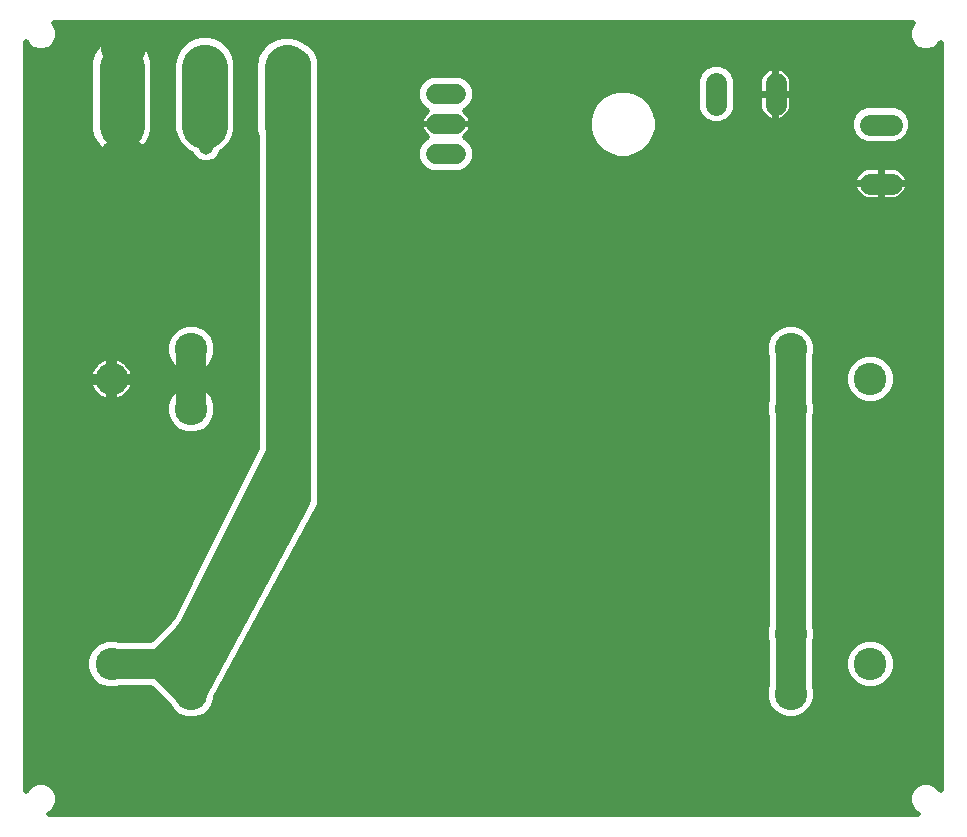
<source format=gtl>
G75*
%MOIN*%
%OFA0B0*%
%FSLAX25Y25*%
%IPPOS*%
%LPD*%
%AMOC8*
5,1,8,0,0,1.08239X$1,22.5*
%
%ADD10C,0.06600*%
%ADD11C,0.10800*%
%ADD12C,0.15000*%
%ADD13C,0.05150*%
%ADD14C,0.07050*%
%ADD15C,0.10000*%
%ADD16C,0.02000*%
D10*
X0143700Y0227000D02*
X0150300Y0227000D01*
X0150300Y0237000D02*
X0143700Y0237000D01*
X0143700Y0247000D02*
X0150300Y0247000D01*
D11*
X0062079Y0161961D03*
X0062079Y0141961D03*
X0035512Y0151961D03*
X0062079Y0066961D03*
X0062079Y0046961D03*
X0035512Y0056961D03*
X0261921Y0047039D03*
X0261921Y0067039D03*
X0288488Y0057039D03*
X0261921Y0142039D03*
X0261921Y0162039D03*
X0288488Y0152039D03*
D12*
X0093969Y0236331D02*
X0093969Y0256016D01*
X0093900Y0255919D02*
X0093900Y0236234D01*
X0066650Y0236484D02*
X0066650Y0256169D01*
X0066409Y0256016D02*
X0066409Y0236331D01*
X0038900Y0236484D02*
X0038900Y0256169D01*
X0038850Y0256016D02*
X0038850Y0236331D01*
D13*
X0039500Y0229500D03*
X0067000Y0229500D03*
X0094500Y0229500D03*
D14*
X0237157Y0243475D02*
X0237157Y0250525D01*
X0256843Y0250525D02*
X0256843Y0243475D01*
X0288475Y0236843D02*
X0295525Y0236843D01*
X0295525Y0217157D02*
X0288475Y0217157D01*
D15*
X0262000Y0162000D02*
X0262000Y0047000D01*
X0097000Y0112000D02*
X0062000Y0047000D01*
X0092000Y0117000D01*
X0092000Y0127000D01*
X0062000Y0067000D01*
X0062000Y0047000D01*
X0052000Y0057000D01*
X0062000Y0067000D01*
X0052000Y0057000D02*
X0037000Y0057000D01*
X0097000Y0112000D02*
X0097000Y0257000D01*
X0092000Y0257000D01*
X0092000Y0127000D01*
X0062000Y0142000D02*
X0062000Y0162000D01*
X0042000Y0227000D02*
X0037000Y0227000D01*
X0037000Y0262000D02*
X0042000Y0262000D01*
D16*
X0014795Y0007000D02*
X0304205Y0007000D01*
X0303777Y0007177D01*
X0302177Y0008777D01*
X0301311Y0010868D01*
X0301311Y0013132D01*
X0302177Y0015223D01*
X0303777Y0016823D01*
X0305868Y0017689D01*
X0308132Y0017689D01*
X0310223Y0016823D01*
X0311823Y0015223D01*
X0311921Y0014985D01*
X0311921Y0264015D01*
X0311823Y0263777D01*
X0310223Y0262177D01*
X0308132Y0261311D01*
X0305868Y0261311D01*
X0303777Y0262177D01*
X0302177Y0263777D01*
X0301311Y0265868D01*
X0301311Y0268132D01*
X0302177Y0270223D01*
X0302655Y0270701D01*
X0016345Y0270701D01*
X0016823Y0270223D01*
X0017689Y0268132D01*
X0017689Y0265868D01*
X0016823Y0263777D01*
X0015223Y0262177D01*
X0013132Y0261311D01*
X0010868Y0261311D01*
X0008777Y0262177D01*
X0007177Y0263777D01*
X0007000Y0264205D01*
X0007000Y0014795D01*
X0007177Y0015223D01*
X0008777Y0016823D01*
X0010868Y0017689D01*
X0013132Y0017689D01*
X0015223Y0016823D01*
X0016823Y0015223D01*
X0017689Y0013132D01*
X0017689Y0010868D01*
X0016823Y0008777D01*
X0015223Y0007177D01*
X0014795Y0007000D01*
X0016041Y0007996D02*
X0302959Y0007996D01*
X0301673Y0009994D02*
X0017327Y0009994D01*
X0017689Y0011993D02*
X0301311Y0011993D01*
X0301667Y0013991D02*
X0017333Y0013991D01*
X0016056Y0015990D02*
X0302944Y0015990D01*
X0311056Y0015990D02*
X0311921Y0015990D01*
X0311921Y0017988D02*
X0007000Y0017988D01*
X0007000Y0015990D02*
X0007944Y0015990D01*
X0007000Y0019987D02*
X0311921Y0019987D01*
X0311921Y0021985D02*
X0007000Y0021985D01*
X0007000Y0023984D02*
X0311921Y0023984D01*
X0311921Y0025982D02*
X0007000Y0025982D01*
X0007000Y0027981D02*
X0311921Y0027981D01*
X0311921Y0029979D02*
X0007000Y0029979D01*
X0007000Y0031978D02*
X0311921Y0031978D01*
X0311921Y0033976D02*
X0007000Y0033976D01*
X0007000Y0035975D02*
X0311921Y0035975D01*
X0311921Y0037973D02*
X0007000Y0037973D01*
X0007000Y0039972D02*
X0057188Y0039972D01*
X0057321Y0039839D02*
X0060408Y0038561D01*
X0063750Y0038561D01*
X0066837Y0039839D01*
X0069200Y0042202D01*
X0070479Y0045290D01*
X0070479Y0045872D01*
X0103487Y0107173D01*
X0103782Y0107468D01*
X0104236Y0108564D01*
X0104798Y0109608D01*
X0104840Y0110023D01*
X0105000Y0110409D01*
X0105000Y0111595D01*
X0105120Y0112775D01*
X0105000Y0113174D01*
X0105000Y0258591D01*
X0103782Y0261532D01*
X0101532Y0263782D01*
X0100430Y0264239D01*
X0100347Y0264321D01*
X0097952Y0265704D01*
X0095282Y0266419D01*
X0092517Y0266419D01*
X0089847Y0265704D01*
X0087452Y0264321D01*
X0085498Y0262366D01*
X0084115Y0259972D01*
X0083400Y0257302D01*
X0083400Y0234852D01*
X0084000Y0232611D01*
X0084000Y0128889D01*
X0055873Y0072634D01*
X0054958Y0071719D01*
X0054641Y0070955D01*
X0048686Y0065000D01*
X0038053Y0065000D01*
X0037183Y0065361D01*
X0033841Y0065361D01*
X0030754Y0064082D01*
X0028391Y0061719D01*
X0027112Y0058631D01*
X0027112Y0055290D01*
X0028391Y0052202D01*
X0030754Y0049839D01*
X0033841Y0048561D01*
X0037183Y0048561D01*
X0038243Y0049000D01*
X0048686Y0049000D01*
X0054585Y0043101D01*
X0054958Y0042202D01*
X0057321Y0039839D01*
X0055190Y0041970D02*
X0007000Y0041970D01*
X0007000Y0043969D02*
X0053718Y0043969D01*
X0051719Y0045967D02*
X0007000Y0045967D01*
X0007000Y0047966D02*
X0049721Y0047966D01*
X0066969Y0039972D02*
X0257110Y0039972D01*
X0257163Y0039918D02*
X0260250Y0038639D01*
X0263592Y0038639D01*
X0266679Y0039918D01*
X0269042Y0042281D01*
X0270321Y0045368D01*
X0270321Y0048710D01*
X0270000Y0049486D01*
X0270000Y0064593D01*
X0270321Y0065368D01*
X0270321Y0068710D01*
X0270000Y0069486D01*
X0270000Y0139593D01*
X0270321Y0140368D01*
X0270321Y0143710D01*
X0270000Y0144486D01*
X0270000Y0159593D01*
X0270321Y0160368D01*
X0270321Y0163710D01*
X0269042Y0166798D01*
X0266679Y0169161D01*
X0263592Y0170439D01*
X0260250Y0170439D01*
X0257163Y0169161D01*
X0254800Y0166798D01*
X0253521Y0163710D01*
X0253521Y0160368D01*
X0254000Y0159213D01*
X0254000Y0144866D01*
X0253521Y0143710D01*
X0253521Y0140368D01*
X0254000Y0139213D01*
X0254000Y0069866D01*
X0253521Y0068710D01*
X0253521Y0065368D01*
X0254000Y0064213D01*
X0254000Y0049866D01*
X0253521Y0048710D01*
X0253521Y0045368D01*
X0254800Y0042281D01*
X0257163Y0039918D01*
X0255111Y0041970D02*
X0068968Y0041970D01*
X0069932Y0043969D02*
X0254101Y0043969D01*
X0253521Y0045967D02*
X0070530Y0045967D01*
X0071606Y0047966D02*
X0253521Y0047966D01*
X0254000Y0049964D02*
X0072682Y0049964D01*
X0073758Y0051963D02*
X0254000Y0051963D01*
X0254000Y0053961D02*
X0074834Y0053961D01*
X0075911Y0055960D02*
X0254000Y0055960D01*
X0254000Y0057958D02*
X0076987Y0057958D01*
X0078063Y0059957D02*
X0254000Y0059957D01*
X0254000Y0061955D02*
X0079139Y0061955D01*
X0080215Y0063954D02*
X0254000Y0063954D01*
X0253521Y0065952D02*
X0081291Y0065952D01*
X0082367Y0067951D02*
X0253521Y0067951D01*
X0254000Y0069949D02*
X0083443Y0069949D01*
X0084520Y0071948D02*
X0254000Y0071948D01*
X0254000Y0073946D02*
X0085596Y0073946D01*
X0086672Y0075945D02*
X0254000Y0075945D01*
X0254000Y0077943D02*
X0087748Y0077943D01*
X0088824Y0079942D02*
X0254000Y0079942D01*
X0254000Y0081940D02*
X0089900Y0081940D01*
X0090976Y0083939D02*
X0254000Y0083939D01*
X0254000Y0085937D02*
X0092052Y0085937D01*
X0093128Y0087936D02*
X0254000Y0087936D01*
X0254000Y0089934D02*
X0094205Y0089934D01*
X0095281Y0091933D02*
X0254000Y0091933D01*
X0254000Y0093932D02*
X0096357Y0093932D01*
X0097433Y0095930D02*
X0254000Y0095930D01*
X0254000Y0097929D02*
X0098509Y0097929D01*
X0099585Y0099927D02*
X0254000Y0099927D01*
X0254000Y0101926D02*
X0100661Y0101926D01*
X0101737Y0103924D02*
X0254000Y0103924D01*
X0254000Y0105923D02*
X0102814Y0105923D01*
X0103970Y0107921D02*
X0254000Y0107921D01*
X0254000Y0109920D02*
X0104830Y0109920D01*
X0105033Y0111918D02*
X0254000Y0111918D01*
X0254000Y0113917D02*
X0105000Y0113917D01*
X0105000Y0115915D02*
X0254000Y0115915D01*
X0254000Y0117914D02*
X0105000Y0117914D01*
X0105000Y0119912D02*
X0254000Y0119912D01*
X0254000Y0121911D02*
X0105000Y0121911D01*
X0105000Y0123909D02*
X0254000Y0123909D01*
X0254000Y0125908D02*
X0105000Y0125908D01*
X0105000Y0127906D02*
X0254000Y0127906D01*
X0254000Y0129905D02*
X0105000Y0129905D01*
X0105000Y0131903D02*
X0254000Y0131903D01*
X0254000Y0133902D02*
X0105000Y0133902D01*
X0105000Y0135900D02*
X0254000Y0135900D01*
X0254000Y0137899D02*
X0105000Y0137899D01*
X0105000Y0139897D02*
X0253716Y0139897D01*
X0253521Y0141896D02*
X0105000Y0141896D01*
X0105000Y0143894D02*
X0253598Y0143894D01*
X0254000Y0145893D02*
X0105000Y0145893D01*
X0105000Y0147891D02*
X0254000Y0147891D01*
X0254000Y0149890D02*
X0105000Y0149890D01*
X0105000Y0151888D02*
X0254000Y0151888D01*
X0254000Y0153887D02*
X0105000Y0153887D01*
X0105000Y0155885D02*
X0254000Y0155885D01*
X0254000Y0157884D02*
X0105000Y0157884D01*
X0105000Y0159882D02*
X0253723Y0159882D01*
X0253521Y0161881D02*
X0105000Y0161881D01*
X0105000Y0163879D02*
X0253591Y0163879D01*
X0254419Y0165878D02*
X0105000Y0165878D01*
X0105000Y0167876D02*
X0255879Y0167876D01*
X0258888Y0169875D02*
X0105000Y0169875D01*
X0105000Y0171873D02*
X0311921Y0171873D01*
X0311921Y0169875D02*
X0264955Y0169875D01*
X0267964Y0167876D02*
X0311921Y0167876D01*
X0311921Y0165878D02*
X0269423Y0165878D01*
X0270251Y0163879D02*
X0311921Y0163879D01*
X0311921Y0161881D02*
X0270321Y0161881D01*
X0270120Y0159882D02*
X0285473Y0159882D01*
X0286817Y0160439D02*
X0283730Y0159161D01*
X0281367Y0156798D01*
X0280088Y0153710D01*
X0280088Y0150368D01*
X0281367Y0147281D01*
X0283730Y0144918D01*
X0286817Y0143639D01*
X0290159Y0143639D01*
X0293246Y0144918D01*
X0295609Y0147281D01*
X0296888Y0150368D01*
X0296888Y0153710D01*
X0295609Y0156798D01*
X0293246Y0159161D01*
X0290159Y0160439D01*
X0286817Y0160439D01*
X0282453Y0157884D02*
X0270000Y0157884D01*
X0270000Y0155885D02*
X0280989Y0155885D01*
X0280161Y0153887D02*
X0270000Y0153887D01*
X0270000Y0151888D02*
X0280088Y0151888D01*
X0280286Y0149890D02*
X0270000Y0149890D01*
X0270000Y0147891D02*
X0281114Y0147891D01*
X0282755Y0145893D02*
X0270000Y0145893D01*
X0270245Y0143894D02*
X0286202Y0143894D01*
X0290775Y0143894D02*
X0311921Y0143894D01*
X0311921Y0141896D02*
X0270321Y0141896D01*
X0270126Y0139897D02*
X0311921Y0139897D01*
X0311921Y0137899D02*
X0270000Y0137899D01*
X0270000Y0135900D02*
X0311921Y0135900D01*
X0311921Y0133902D02*
X0270000Y0133902D01*
X0270000Y0131903D02*
X0311921Y0131903D01*
X0311921Y0129905D02*
X0270000Y0129905D01*
X0270000Y0127906D02*
X0311921Y0127906D01*
X0311921Y0125908D02*
X0270000Y0125908D01*
X0270000Y0123909D02*
X0311921Y0123909D01*
X0311921Y0121911D02*
X0270000Y0121911D01*
X0270000Y0119912D02*
X0311921Y0119912D01*
X0311921Y0117914D02*
X0270000Y0117914D01*
X0270000Y0115915D02*
X0311921Y0115915D01*
X0311921Y0113917D02*
X0270000Y0113917D01*
X0270000Y0111918D02*
X0311921Y0111918D01*
X0311921Y0109920D02*
X0270000Y0109920D01*
X0270000Y0107921D02*
X0311921Y0107921D01*
X0311921Y0105923D02*
X0270000Y0105923D01*
X0270000Y0103924D02*
X0311921Y0103924D01*
X0311921Y0101926D02*
X0270000Y0101926D01*
X0270000Y0099927D02*
X0311921Y0099927D01*
X0311921Y0097929D02*
X0270000Y0097929D01*
X0270000Y0095930D02*
X0311921Y0095930D01*
X0311921Y0093932D02*
X0270000Y0093932D01*
X0270000Y0091933D02*
X0311921Y0091933D01*
X0311921Y0089934D02*
X0270000Y0089934D01*
X0270000Y0087936D02*
X0311921Y0087936D01*
X0311921Y0085937D02*
X0270000Y0085937D01*
X0270000Y0083939D02*
X0311921Y0083939D01*
X0311921Y0081940D02*
X0270000Y0081940D01*
X0270000Y0079942D02*
X0311921Y0079942D01*
X0311921Y0077943D02*
X0270000Y0077943D01*
X0270000Y0075945D02*
X0311921Y0075945D01*
X0311921Y0073946D02*
X0270000Y0073946D01*
X0270000Y0071948D02*
X0311921Y0071948D01*
X0311921Y0069949D02*
X0270000Y0069949D01*
X0270321Y0067951D02*
X0311921Y0067951D01*
X0311921Y0065952D02*
X0270321Y0065952D01*
X0270000Y0063954D02*
X0283523Y0063954D01*
X0283730Y0064161D02*
X0281367Y0061798D01*
X0280088Y0058710D01*
X0280088Y0055368D01*
X0281367Y0052281D01*
X0283730Y0049918D01*
X0286817Y0048639D01*
X0290159Y0048639D01*
X0293246Y0049918D01*
X0295609Y0052281D01*
X0296888Y0055368D01*
X0296888Y0058710D01*
X0295609Y0061798D01*
X0293246Y0064161D01*
X0290159Y0065439D01*
X0286817Y0065439D01*
X0283730Y0064161D01*
X0281525Y0061955D02*
X0270000Y0061955D01*
X0270000Y0059957D02*
X0280605Y0059957D01*
X0280088Y0057958D02*
X0270000Y0057958D01*
X0270000Y0055960D02*
X0280088Y0055960D01*
X0280671Y0053961D02*
X0270000Y0053961D01*
X0270000Y0051963D02*
X0281685Y0051963D01*
X0283684Y0049964D02*
X0270000Y0049964D01*
X0270321Y0047966D02*
X0311921Y0047966D01*
X0311921Y0049964D02*
X0293292Y0049964D01*
X0295291Y0051963D02*
X0311921Y0051963D01*
X0311921Y0053961D02*
X0296305Y0053961D01*
X0296888Y0055960D02*
X0311921Y0055960D01*
X0311921Y0057958D02*
X0296888Y0057958D01*
X0296372Y0059957D02*
X0311921Y0059957D01*
X0311921Y0061955D02*
X0295452Y0061955D01*
X0293453Y0063954D02*
X0311921Y0063954D01*
X0311921Y0045967D02*
X0270321Y0045967D01*
X0269741Y0043969D02*
X0311921Y0043969D01*
X0311921Y0041970D02*
X0268731Y0041970D01*
X0266733Y0039972D02*
X0311921Y0039972D01*
X0311921Y0145893D02*
X0294221Y0145893D01*
X0295862Y0147891D02*
X0311921Y0147891D01*
X0311921Y0149890D02*
X0296690Y0149890D01*
X0296888Y0151888D02*
X0311921Y0151888D01*
X0311921Y0153887D02*
X0296815Y0153887D01*
X0295987Y0155885D02*
X0311921Y0155885D01*
X0311921Y0157884D02*
X0294523Y0157884D01*
X0291504Y0159882D02*
X0311921Y0159882D01*
X0311921Y0173872D02*
X0105000Y0173872D01*
X0105000Y0175870D02*
X0311921Y0175870D01*
X0311921Y0177869D02*
X0105000Y0177869D01*
X0105000Y0179868D02*
X0311921Y0179868D01*
X0311921Y0181866D02*
X0105000Y0181866D01*
X0105000Y0183865D02*
X0311921Y0183865D01*
X0311921Y0185863D02*
X0105000Y0185863D01*
X0105000Y0187862D02*
X0311921Y0187862D01*
X0311921Y0189860D02*
X0105000Y0189860D01*
X0105000Y0191859D02*
X0311921Y0191859D01*
X0311921Y0193857D02*
X0105000Y0193857D01*
X0105000Y0195856D02*
X0311921Y0195856D01*
X0311921Y0197854D02*
X0105000Y0197854D01*
X0105000Y0199853D02*
X0311921Y0199853D01*
X0311921Y0201851D02*
X0105000Y0201851D01*
X0105000Y0203850D02*
X0311921Y0203850D01*
X0311921Y0205848D02*
X0105000Y0205848D01*
X0105000Y0207847D02*
X0311921Y0207847D01*
X0311921Y0209845D02*
X0105000Y0209845D01*
X0105000Y0211844D02*
X0286950Y0211844D01*
X0287181Y0211769D02*
X0286354Y0212037D01*
X0285579Y0212432D01*
X0284876Y0212943D01*
X0284261Y0213558D01*
X0283750Y0214262D01*
X0283355Y0215037D01*
X0283086Y0215864D01*
X0282950Y0216723D01*
X0282950Y0216982D01*
X0291825Y0216982D01*
X0292175Y0216982D01*
X0292175Y0211632D01*
X0295960Y0211632D01*
X0296819Y0211769D01*
X0297646Y0212037D01*
X0298421Y0212432D01*
X0299124Y0212943D01*
X0299739Y0213558D01*
X0300250Y0214262D01*
X0300645Y0215037D01*
X0300914Y0215864D01*
X0301050Y0216723D01*
X0301050Y0216982D01*
X0292175Y0216982D01*
X0292175Y0217332D01*
X0301050Y0217332D01*
X0301050Y0217592D01*
X0300914Y0218451D01*
X0300645Y0219278D01*
X0300250Y0220053D01*
X0299739Y0220757D01*
X0299124Y0221372D01*
X0298421Y0221883D01*
X0297646Y0222278D01*
X0296819Y0222546D01*
X0295960Y0222682D01*
X0292175Y0222682D01*
X0292175Y0217333D01*
X0291825Y0217333D01*
X0291825Y0222682D01*
X0288040Y0222682D01*
X0287181Y0222546D01*
X0286354Y0222278D01*
X0285579Y0221883D01*
X0284876Y0221372D01*
X0284261Y0220757D01*
X0283750Y0220053D01*
X0283355Y0219278D01*
X0283086Y0218451D01*
X0282950Y0217592D01*
X0282950Y0217332D01*
X0291825Y0217332D01*
X0291825Y0216982D01*
X0291825Y0211632D01*
X0288040Y0211632D01*
X0287181Y0211769D01*
X0284054Y0213842D02*
X0105000Y0213842D01*
X0105000Y0215841D02*
X0283094Y0215841D01*
X0282989Y0217839D02*
X0105000Y0217839D01*
X0105000Y0219838D02*
X0283640Y0219838D01*
X0285515Y0221836D02*
X0154046Y0221836D01*
X0153869Y0221659D02*
X0155641Y0223431D01*
X0156600Y0225747D01*
X0156600Y0228253D01*
X0155641Y0230569D01*
X0153869Y0232341D01*
X0153254Y0232595D01*
X0153753Y0232957D01*
X0154343Y0233547D01*
X0154833Y0234222D01*
X0155212Y0234966D01*
X0155469Y0235759D01*
X0155600Y0236583D01*
X0155600Y0236900D01*
X0147100Y0236900D01*
X0147100Y0237100D01*
X0155600Y0237100D01*
X0155600Y0237417D01*
X0155469Y0238241D01*
X0155212Y0239034D01*
X0154833Y0239778D01*
X0154343Y0240453D01*
X0153753Y0241043D01*
X0153254Y0241405D01*
X0153869Y0241659D01*
X0155641Y0243431D01*
X0156600Y0245747D01*
X0156600Y0248253D01*
X0155641Y0250569D01*
X0153869Y0252341D01*
X0151553Y0253300D01*
X0142447Y0253300D01*
X0140131Y0252341D01*
X0138359Y0250569D01*
X0137400Y0248253D01*
X0137400Y0245747D01*
X0138359Y0243431D01*
X0140131Y0241659D01*
X0140746Y0241405D01*
X0140247Y0241043D01*
X0139657Y0240453D01*
X0139167Y0239778D01*
X0138788Y0239034D01*
X0138530Y0238241D01*
X0138400Y0237417D01*
X0138400Y0237100D01*
X0146900Y0237100D01*
X0146900Y0236900D01*
X0138400Y0236900D01*
X0138400Y0236583D01*
X0138530Y0235759D01*
X0138788Y0234966D01*
X0139167Y0234222D01*
X0139657Y0233547D01*
X0140247Y0232957D01*
X0140746Y0232595D01*
X0140131Y0232341D01*
X0138359Y0230569D01*
X0137400Y0228253D01*
X0137400Y0225747D01*
X0138359Y0223431D01*
X0140131Y0221659D01*
X0142447Y0220700D01*
X0151553Y0220700D01*
X0153869Y0221659D01*
X0155808Y0223835D02*
X0311921Y0223835D01*
X0311921Y0225833D02*
X0208758Y0225833D01*
X0207514Y0225500D02*
X0210439Y0226284D01*
X0213061Y0227798D01*
X0215202Y0229939D01*
X0216716Y0232561D01*
X0217500Y0235486D01*
X0217500Y0238514D01*
X0216716Y0241439D01*
X0215202Y0244061D01*
X0213061Y0246202D01*
X0210439Y0247716D01*
X0207514Y0248500D01*
X0204486Y0248500D01*
X0201561Y0247716D01*
X0198939Y0246202D01*
X0196798Y0244061D01*
X0195284Y0241439D01*
X0194500Y0238514D01*
X0194500Y0235486D01*
X0195284Y0232561D01*
X0196798Y0229939D01*
X0198939Y0227798D01*
X0201561Y0226284D01*
X0204486Y0225500D01*
X0207514Y0225500D01*
X0213095Y0227832D02*
X0311921Y0227832D01*
X0311921Y0229830D02*
X0215094Y0229830D01*
X0216293Y0231829D02*
X0284261Y0231829D01*
X0284779Y0231311D02*
X0287177Y0230318D01*
X0296823Y0230318D01*
X0299221Y0231311D01*
X0301057Y0233146D01*
X0302050Y0235545D01*
X0302050Y0238140D01*
X0301057Y0240539D01*
X0299221Y0242374D01*
X0296823Y0243368D01*
X0287177Y0243368D01*
X0284779Y0242374D01*
X0282943Y0240539D01*
X0281950Y0238140D01*
X0281950Y0235545D01*
X0282943Y0233146D01*
X0284779Y0231311D01*
X0282661Y0233827D02*
X0217056Y0233827D01*
X0217500Y0235826D02*
X0281950Y0235826D01*
X0281950Y0237824D02*
X0240566Y0237824D01*
X0240854Y0237943D02*
X0242689Y0239779D01*
X0243682Y0242177D01*
X0243682Y0251823D01*
X0242689Y0254221D01*
X0240854Y0256057D01*
X0238455Y0257050D01*
X0235860Y0257050D01*
X0233461Y0256057D01*
X0231626Y0254221D01*
X0230632Y0251823D01*
X0230632Y0242177D01*
X0231626Y0239779D01*
X0233461Y0237943D01*
X0235860Y0236950D01*
X0238455Y0236950D01*
X0240854Y0237943D01*
X0242707Y0239823D02*
X0252681Y0239823D01*
X0252628Y0239876D02*
X0253243Y0239261D01*
X0253947Y0238750D01*
X0254722Y0238355D01*
X0255549Y0238086D01*
X0256408Y0237950D01*
X0256667Y0237950D01*
X0256667Y0246825D01*
X0251318Y0246825D01*
X0251318Y0243040D01*
X0251454Y0242181D01*
X0251722Y0241354D01*
X0252117Y0240579D01*
X0252628Y0239876D01*
X0251570Y0241821D02*
X0243535Y0241821D01*
X0243682Y0243820D02*
X0251318Y0243820D01*
X0251318Y0245818D02*
X0243682Y0245818D01*
X0243682Y0247817D02*
X0251318Y0247817D01*
X0251318Y0247175D02*
X0256667Y0247175D01*
X0256667Y0246825D01*
X0257018Y0246825D01*
X0257018Y0247175D01*
X0262368Y0247175D01*
X0262368Y0250960D01*
X0262231Y0251819D01*
X0261963Y0252646D01*
X0261568Y0253421D01*
X0261057Y0254124D01*
X0260442Y0254739D01*
X0259738Y0255250D01*
X0258963Y0255645D01*
X0258136Y0255914D01*
X0257277Y0256050D01*
X0257018Y0256050D01*
X0257018Y0247175D01*
X0256667Y0247175D01*
X0256667Y0256050D01*
X0256408Y0256050D01*
X0255549Y0255914D01*
X0254722Y0255645D01*
X0253947Y0255250D01*
X0253243Y0254739D01*
X0252628Y0254124D01*
X0252117Y0253421D01*
X0251722Y0252646D01*
X0251454Y0251819D01*
X0251318Y0250960D01*
X0251318Y0247175D01*
X0251318Y0249815D02*
X0243682Y0249815D01*
X0243682Y0251814D02*
X0251453Y0251814D01*
X0252402Y0253812D02*
X0242858Y0253812D01*
X0241099Y0255811D02*
X0255232Y0255811D01*
X0256667Y0255811D02*
X0257018Y0255811D01*
X0258453Y0255811D02*
X0311921Y0255811D01*
X0311921Y0257809D02*
X0105000Y0257809D01*
X0105000Y0255811D02*
X0233216Y0255811D01*
X0231457Y0253812D02*
X0105000Y0253812D01*
X0105000Y0251814D02*
X0139604Y0251814D01*
X0138047Y0249815D02*
X0105000Y0249815D01*
X0105000Y0247817D02*
X0137400Y0247817D01*
X0137400Y0245818D02*
X0105000Y0245818D01*
X0105000Y0243820D02*
X0138198Y0243820D01*
X0139969Y0241821D02*
X0105000Y0241821D01*
X0105000Y0239823D02*
X0139200Y0239823D01*
X0138465Y0237824D02*
X0105000Y0237824D01*
X0105000Y0235826D02*
X0138520Y0235826D01*
X0139454Y0233827D02*
X0105000Y0233827D01*
X0105000Y0231829D02*
X0139619Y0231829D01*
X0138053Y0229830D02*
X0105000Y0229830D01*
X0105000Y0227832D02*
X0137400Y0227832D01*
X0137400Y0225833D02*
X0105000Y0225833D01*
X0105000Y0223835D02*
X0138192Y0223835D01*
X0139954Y0221836D02*
X0105000Y0221836D01*
X0084000Y0221836D02*
X0007000Y0221836D01*
X0007000Y0219838D02*
X0084000Y0219838D01*
X0084000Y0217839D02*
X0007000Y0217839D01*
X0007000Y0215841D02*
X0084000Y0215841D01*
X0084000Y0213842D02*
X0007000Y0213842D01*
X0007000Y0211844D02*
X0084000Y0211844D01*
X0084000Y0209845D02*
X0007000Y0209845D01*
X0007000Y0207847D02*
X0084000Y0207847D01*
X0084000Y0205848D02*
X0007000Y0205848D01*
X0007000Y0203850D02*
X0084000Y0203850D01*
X0084000Y0201851D02*
X0007000Y0201851D01*
X0007000Y0199853D02*
X0084000Y0199853D01*
X0084000Y0197854D02*
X0007000Y0197854D01*
X0007000Y0195856D02*
X0084000Y0195856D01*
X0084000Y0193857D02*
X0007000Y0193857D01*
X0007000Y0191859D02*
X0084000Y0191859D01*
X0084000Y0189860D02*
X0007000Y0189860D01*
X0007000Y0187862D02*
X0084000Y0187862D01*
X0084000Y0185863D02*
X0007000Y0185863D01*
X0007000Y0183865D02*
X0084000Y0183865D01*
X0084000Y0181866D02*
X0007000Y0181866D01*
X0007000Y0179868D02*
X0084000Y0179868D01*
X0084000Y0177869D02*
X0007000Y0177869D01*
X0007000Y0175870D02*
X0084000Y0175870D01*
X0084000Y0173872D02*
X0007000Y0173872D01*
X0007000Y0171873D02*
X0084000Y0171873D01*
X0084000Y0169875D02*
X0064922Y0169875D01*
X0063750Y0170361D02*
X0066837Y0169082D01*
X0069200Y0166719D01*
X0070479Y0163631D01*
X0070479Y0160290D01*
X0069200Y0157202D01*
X0066837Y0154839D01*
X0063750Y0153561D01*
X0060408Y0153561D01*
X0057321Y0154839D01*
X0054958Y0157202D01*
X0053679Y0160290D01*
X0053679Y0163631D01*
X0054958Y0166719D01*
X0057321Y0169082D01*
X0060408Y0170361D01*
X0063750Y0170361D01*
X0059235Y0169875D02*
X0007000Y0169875D01*
X0007000Y0167876D02*
X0056115Y0167876D01*
X0054609Y0165878D02*
X0007000Y0165878D01*
X0007000Y0163879D02*
X0053781Y0163879D01*
X0053679Y0161881D02*
X0007000Y0161881D01*
X0007000Y0159882D02*
X0053847Y0159882D01*
X0054675Y0157884D02*
X0039948Y0157884D01*
X0039632Y0158127D02*
X0038792Y0158612D01*
X0037896Y0158983D01*
X0036959Y0159234D01*
X0036312Y0159319D01*
X0036312Y0152761D01*
X0034712Y0152761D01*
X0034712Y0159319D01*
X0034065Y0159234D01*
X0033128Y0158983D01*
X0032232Y0158612D01*
X0031392Y0158127D01*
X0030622Y0157536D01*
X0029936Y0156850D01*
X0029346Y0156081D01*
X0028861Y0155241D01*
X0028489Y0154344D01*
X0028238Y0153407D01*
X0028153Y0152761D01*
X0034712Y0152761D01*
X0034712Y0151161D01*
X0028153Y0151161D01*
X0028238Y0150514D01*
X0028489Y0149577D01*
X0028861Y0148681D01*
X0029346Y0147841D01*
X0029936Y0147071D01*
X0030622Y0146385D01*
X0031392Y0145795D01*
X0032232Y0145310D01*
X0033128Y0144938D01*
X0034065Y0144687D01*
X0034712Y0144602D01*
X0034712Y0151161D01*
X0036312Y0151161D01*
X0036312Y0152761D01*
X0042870Y0152761D01*
X0042785Y0153407D01*
X0042534Y0154344D01*
X0042163Y0155241D01*
X0041678Y0156081D01*
X0041087Y0156850D01*
X0040401Y0157536D01*
X0039632Y0158127D01*
X0041791Y0155885D02*
X0056275Y0155885D01*
X0059620Y0153887D02*
X0042657Y0153887D01*
X0042870Y0151161D02*
X0036312Y0151161D01*
X0036312Y0144602D01*
X0036959Y0144687D01*
X0037896Y0144938D01*
X0038792Y0145310D01*
X0039632Y0145795D01*
X0040401Y0146385D01*
X0041087Y0147071D01*
X0041678Y0147841D01*
X0042163Y0148681D01*
X0042534Y0149577D01*
X0042785Y0150514D01*
X0042870Y0151161D01*
X0042618Y0149890D02*
X0059271Y0149890D01*
X0060408Y0150361D02*
X0057321Y0149082D01*
X0054958Y0146719D01*
X0053679Y0143631D01*
X0053679Y0140290D01*
X0054958Y0137202D01*
X0057321Y0134839D01*
X0060408Y0133561D01*
X0063750Y0133561D01*
X0066837Y0134839D01*
X0069200Y0137202D01*
X0070479Y0140290D01*
X0070479Y0143631D01*
X0069200Y0146719D01*
X0066837Y0149082D01*
X0063750Y0150361D01*
X0060408Y0150361D01*
X0056130Y0147891D02*
X0041707Y0147891D01*
X0039760Y0145893D02*
X0054615Y0145893D01*
X0053788Y0143894D02*
X0007000Y0143894D01*
X0007000Y0141896D02*
X0053679Y0141896D01*
X0053841Y0139897D02*
X0007000Y0139897D01*
X0007000Y0137899D02*
X0054669Y0137899D01*
X0056260Y0135900D02*
X0007000Y0135900D01*
X0007000Y0133902D02*
X0059584Y0133902D01*
X0064573Y0133902D02*
X0084000Y0133902D01*
X0084000Y0135900D02*
X0067898Y0135900D01*
X0069488Y0137899D02*
X0084000Y0137899D01*
X0084000Y0139897D02*
X0070316Y0139897D01*
X0070479Y0141896D02*
X0084000Y0141896D01*
X0084000Y0143894D02*
X0070370Y0143894D01*
X0069542Y0145893D02*
X0084000Y0145893D01*
X0084000Y0147891D02*
X0068027Y0147891D01*
X0064886Y0149890D02*
X0084000Y0149890D01*
X0084000Y0151888D02*
X0036312Y0151888D01*
X0034712Y0151888D02*
X0007000Y0151888D01*
X0007000Y0149890D02*
X0028406Y0149890D01*
X0029316Y0147891D02*
X0007000Y0147891D01*
X0007000Y0145893D02*
X0031264Y0145893D01*
X0034712Y0145893D02*
X0036312Y0145893D01*
X0036312Y0147891D02*
X0034712Y0147891D01*
X0034712Y0149890D02*
X0036312Y0149890D01*
X0036312Y0153887D02*
X0034712Y0153887D01*
X0034712Y0155885D02*
X0036312Y0155885D01*
X0036312Y0157884D02*
X0034712Y0157884D01*
X0031075Y0157884D02*
X0007000Y0157884D01*
X0007000Y0155885D02*
X0029233Y0155885D01*
X0028367Y0153887D02*
X0007000Y0153887D01*
X0007000Y0131903D02*
X0084000Y0131903D01*
X0084000Y0129905D02*
X0007000Y0129905D01*
X0007000Y0127906D02*
X0083509Y0127906D01*
X0082510Y0125908D02*
X0007000Y0125908D01*
X0007000Y0123909D02*
X0081510Y0123909D01*
X0080511Y0121911D02*
X0007000Y0121911D01*
X0007000Y0119912D02*
X0079512Y0119912D01*
X0078513Y0117914D02*
X0007000Y0117914D01*
X0007000Y0115915D02*
X0077513Y0115915D01*
X0076514Y0113917D02*
X0007000Y0113917D01*
X0007000Y0111918D02*
X0075515Y0111918D01*
X0074516Y0109920D02*
X0007000Y0109920D01*
X0007000Y0107921D02*
X0073516Y0107921D01*
X0072517Y0105923D02*
X0007000Y0105923D01*
X0007000Y0103924D02*
X0071518Y0103924D01*
X0070519Y0101926D02*
X0007000Y0101926D01*
X0007000Y0099927D02*
X0069519Y0099927D01*
X0068520Y0097929D02*
X0007000Y0097929D01*
X0007000Y0095930D02*
X0067521Y0095930D01*
X0066522Y0093932D02*
X0007000Y0093932D01*
X0007000Y0091933D02*
X0065522Y0091933D01*
X0064523Y0089934D02*
X0007000Y0089934D01*
X0007000Y0087936D02*
X0063524Y0087936D01*
X0062524Y0085937D02*
X0007000Y0085937D01*
X0007000Y0083939D02*
X0061525Y0083939D01*
X0060526Y0081940D02*
X0007000Y0081940D01*
X0007000Y0079942D02*
X0059527Y0079942D01*
X0058527Y0077943D02*
X0007000Y0077943D01*
X0007000Y0075945D02*
X0057528Y0075945D01*
X0056529Y0073946D02*
X0007000Y0073946D01*
X0007000Y0071948D02*
X0055187Y0071948D01*
X0053636Y0069949D02*
X0007000Y0069949D01*
X0007000Y0067951D02*
X0051637Y0067951D01*
X0049639Y0065952D02*
X0007000Y0065952D01*
X0007000Y0063954D02*
X0030626Y0063954D01*
X0028627Y0061955D02*
X0007000Y0061955D01*
X0007000Y0059957D02*
X0027661Y0059957D01*
X0027112Y0057958D02*
X0007000Y0057958D01*
X0007000Y0055960D02*
X0027112Y0055960D01*
X0027662Y0053961D02*
X0007000Y0053961D01*
X0007000Y0051963D02*
X0028630Y0051963D01*
X0030629Y0049964D02*
X0007000Y0049964D01*
X0064537Y0153887D02*
X0084000Y0153887D01*
X0084000Y0155885D02*
X0067883Y0155885D01*
X0069482Y0157884D02*
X0084000Y0157884D01*
X0084000Y0159882D02*
X0070310Y0159882D01*
X0070479Y0161881D02*
X0084000Y0161881D01*
X0084000Y0163879D02*
X0070376Y0163879D01*
X0069548Y0165878D02*
X0084000Y0165878D01*
X0084000Y0167876D02*
X0068042Y0167876D01*
X0068109Y0223925D02*
X0065891Y0223925D01*
X0063842Y0224774D01*
X0062274Y0226342D01*
X0061978Y0227057D01*
X0060202Y0228082D01*
X0058248Y0230037D01*
X0056865Y0232431D01*
X0056150Y0235102D01*
X0056150Y0257552D01*
X0056865Y0260222D01*
X0058248Y0262616D01*
X0060202Y0264571D01*
X0062597Y0265954D01*
X0065267Y0266669D01*
X0068032Y0266669D01*
X0070702Y0265954D01*
X0073097Y0264571D01*
X0075052Y0262616D01*
X0076434Y0260222D01*
X0077150Y0257552D01*
X0077150Y0235102D01*
X0076434Y0232431D01*
X0075052Y0230037D01*
X0073097Y0228082D01*
X0072243Y0227589D01*
X0071726Y0226342D01*
X0070158Y0224774D01*
X0068109Y0223925D01*
X0071217Y0225833D02*
X0084000Y0225833D01*
X0084000Y0223835D02*
X0007000Y0223835D01*
X0007000Y0225833D02*
X0036764Y0225833D01*
X0036520Y0226011D02*
X0037102Y0225587D01*
X0037744Y0225260D01*
X0038429Y0225038D01*
X0039140Y0224925D01*
X0039500Y0224925D01*
X0039860Y0224925D01*
X0040571Y0225038D01*
X0041256Y0225260D01*
X0041898Y0225587D01*
X0042480Y0226011D01*
X0042989Y0226520D01*
X0043242Y0226867D01*
X0045347Y0228082D01*
X0047302Y0230037D01*
X0048684Y0232431D01*
X0049400Y0235102D01*
X0049400Y0257552D01*
X0048684Y0260222D01*
X0047302Y0262616D01*
X0045347Y0264571D01*
X0042952Y0265954D01*
X0040282Y0266669D01*
X0037517Y0266669D01*
X0034847Y0265954D01*
X0032452Y0264571D01*
X0030498Y0262616D01*
X0029115Y0260222D01*
X0028400Y0257552D01*
X0028400Y0235102D01*
X0029115Y0232431D01*
X0030498Y0230037D01*
X0032452Y0228082D01*
X0034847Y0226700D01*
X0036191Y0226340D01*
X0036520Y0226011D01*
X0039500Y0225984D02*
X0039500Y0225984D01*
X0039500Y0224925D01*
X0039500Y0225984D01*
X0039500Y0225833D02*
X0039500Y0225833D01*
X0042236Y0225833D02*
X0062783Y0225833D01*
X0060636Y0227832D02*
X0044913Y0227832D01*
X0047095Y0229830D02*
X0058454Y0229830D01*
X0057213Y0231829D02*
X0048336Y0231829D01*
X0049058Y0233827D02*
X0056491Y0233827D01*
X0056150Y0235826D02*
X0049400Y0235826D01*
X0049400Y0237824D02*
X0056150Y0237824D01*
X0056150Y0239823D02*
X0049400Y0239823D01*
X0049400Y0241821D02*
X0056150Y0241821D01*
X0056150Y0243820D02*
X0049400Y0243820D01*
X0049400Y0245818D02*
X0056150Y0245818D01*
X0056150Y0247817D02*
X0049400Y0247817D01*
X0049400Y0249815D02*
X0056150Y0249815D01*
X0056150Y0251814D02*
X0049400Y0251814D01*
X0049400Y0253812D02*
X0056150Y0253812D01*
X0056150Y0255811D02*
X0049400Y0255811D01*
X0049331Y0257809D02*
X0056219Y0257809D01*
X0056754Y0259808D02*
X0048795Y0259808D01*
X0047769Y0261806D02*
X0057780Y0261806D01*
X0059436Y0263805D02*
X0046113Y0263805D01*
X0043213Y0265803D02*
X0062337Y0265803D01*
X0070963Y0265803D02*
X0090219Y0265803D01*
X0086936Y0263805D02*
X0073863Y0263805D01*
X0075519Y0261806D02*
X0085174Y0261806D01*
X0084071Y0259808D02*
X0076545Y0259808D01*
X0077081Y0257809D02*
X0083536Y0257809D01*
X0083400Y0255811D02*
X0077150Y0255811D01*
X0077150Y0253812D02*
X0083400Y0253812D01*
X0083400Y0251814D02*
X0077150Y0251814D01*
X0077150Y0249815D02*
X0083400Y0249815D01*
X0083400Y0247817D02*
X0077150Y0247817D01*
X0077150Y0245818D02*
X0083400Y0245818D01*
X0083400Y0243820D02*
X0077150Y0243820D01*
X0077150Y0241821D02*
X0083400Y0241821D01*
X0083400Y0239823D02*
X0077150Y0239823D01*
X0077150Y0237824D02*
X0083400Y0237824D01*
X0083400Y0235826D02*
X0077150Y0235826D01*
X0076808Y0233827D02*
X0083674Y0233827D01*
X0084000Y0231829D02*
X0076086Y0231829D01*
X0074845Y0229830D02*
X0084000Y0229830D01*
X0084000Y0227832D02*
X0072663Y0227832D01*
X0032886Y0227832D02*
X0007000Y0227832D01*
X0007000Y0229830D02*
X0030704Y0229830D01*
X0029463Y0231829D02*
X0007000Y0231829D01*
X0007000Y0233827D02*
X0028741Y0233827D01*
X0028400Y0235826D02*
X0007000Y0235826D01*
X0007000Y0237824D02*
X0028400Y0237824D01*
X0028400Y0239823D02*
X0007000Y0239823D01*
X0007000Y0241821D02*
X0028400Y0241821D01*
X0028400Y0243820D02*
X0007000Y0243820D01*
X0007000Y0245818D02*
X0028400Y0245818D01*
X0028400Y0247817D02*
X0007000Y0247817D01*
X0007000Y0249815D02*
X0028400Y0249815D01*
X0028400Y0251814D02*
X0007000Y0251814D01*
X0007000Y0253812D02*
X0028400Y0253812D01*
X0028400Y0255811D02*
X0007000Y0255811D01*
X0007000Y0257809D02*
X0028469Y0257809D01*
X0029004Y0259808D02*
X0007000Y0259808D01*
X0007000Y0261806D02*
X0009672Y0261806D01*
X0007166Y0263805D02*
X0007000Y0263805D01*
X0014328Y0261806D02*
X0030030Y0261806D01*
X0031686Y0263805D02*
X0016834Y0263805D01*
X0017662Y0265803D02*
X0034587Y0265803D01*
X0017689Y0267802D02*
X0301311Y0267802D01*
X0301338Y0265803D02*
X0097580Y0265803D01*
X0101476Y0263805D02*
X0302166Y0263805D01*
X0304672Y0261806D02*
X0103507Y0261806D01*
X0104496Y0259808D02*
X0311921Y0259808D01*
X0311921Y0261806D02*
X0309328Y0261806D01*
X0311834Y0263805D02*
X0311921Y0263805D01*
X0302002Y0269801D02*
X0016998Y0269801D01*
X0154396Y0251814D02*
X0230632Y0251814D01*
X0230632Y0249815D02*
X0155953Y0249815D01*
X0156600Y0247817D02*
X0201937Y0247817D01*
X0198555Y0245818D02*
X0156600Y0245818D01*
X0155802Y0243820D02*
X0196658Y0243820D01*
X0195505Y0241821D02*
X0154031Y0241821D01*
X0154800Y0239823D02*
X0194851Y0239823D01*
X0194500Y0237824D02*
X0155535Y0237824D01*
X0155480Y0235826D02*
X0194500Y0235826D01*
X0194944Y0233827D02*
X0154546Y0233827D01*
X0154381Y0231829D02*
X0195707Y0231829D01*
X0196906Y0229830D02*
X0155947Y0229830D01*
X0156600Y0227832D02*
X0198905Y0227832D01*
X0203242Y0225833D02*
X0156600Y0225833D01*
X0210063Y0247817D02*
X0230632Y0247817D01*
X0230632Y0245818D02*
X0213445Y0245818D01*
X0215342Y0243820D02*
X0230632Y0243820D01*
X0230780Y0241821D02*
X0216495Y0241821D01*
X0217149Y0239823D02*
X0231608Y0239823D01*
X0233749Y0237824D02*
X0217500Y0237824D01*
X0256667Y0239823D02*
X0257018Y0239823D01*
X0257018Y0237950D02*
X0257277Y0237950D01*
X0258136Y0238086D01*
X0258963Y0238355D01*
X0259738Y0238750D01*
X0260442Y0239261D01*
X0261057Y0239876D01*
X0261568Y0240579D01*
X0261963Y0241354D01*
X0262231Y0242181D01*
X0262368Y0243040D01*
X0262368Y0246825D01*
X0257018Y0246825D01*
X0257018Y0237950D01*
X0257018Y0241821D02*
X0256667Y0241821D01*
X0256667Y0243820D02*
X0257018Y0243820D01*
X0257018Y0245818D02*
X0256667Y0245818D01*
X0256667Y0247817D02*
X0257018Y0247817D01*
X0257018Y0249815D02*
X0256667Y0249815D01*
X0256667Y0251814D02*
X0257018Y0251814D01*
X0257018Y0253812D02*
X0256667Y0253812D01*
X0261283Y0253812D02*
X0311921Y0253812D01*
X0311921Y0251814D02*
X0262232Y0251814D01*
X0262368Y0249815D02*
X0311921Y0249815D01*
X0311921Y0247817D02*
X0262368Y0247817D01*
X0262368Y0245818D02*
X0311921Y0245818D01*
X0311921Y0243820D02*
X0262368Y0243820D01*
X0262115Y0241821D02*
X0284226Y0241821D01*
X0282647Y0239823D02*
X0261004Y0239823D01*
X0291825Y0221836D02*
X0292175Y0221836D01*
X0292175Y0219838D02*
X0291825Y0219838D01*
X0291825Y0217839D02*
X0292175Y0217839D01*
X0292175Y0215841D02*
X0291825Y0215841D01*
X0291825Y0213842D02*
X0292175Y0213842D01*
X0292175Y0211844D02*
X0291825Y0211844D01*
X0297050Y0211844D02*
X0311921Y0211844D01*
X0311921Y0213842D02*
X0299946Y0213842D01*
X0300906Y0215841D02*
X0311921Y0215841D01*
X0311921Y0217839D02*
X0301011Y0217839D01*
X0300360Y0219838D02*
X0311921Y0219838D01*
X0311921Y0221836D02*
X0298485Y0221836D01*
X0299739Y0231829D02*
X0311921Y0231829D01*
X0311921Y0233827D02*
X0301339Y0233827D01*
X0302050Y0235826D02*
X0311921Y0235826D01*
X0311921Y0237824D02*
X0302050Y0237824D01*
X0301353Y0239823D02*
X0311921Y0239823D01*
X0311921Y0241821D02*
X0299774Y0241821D01*
M02*

</source>
